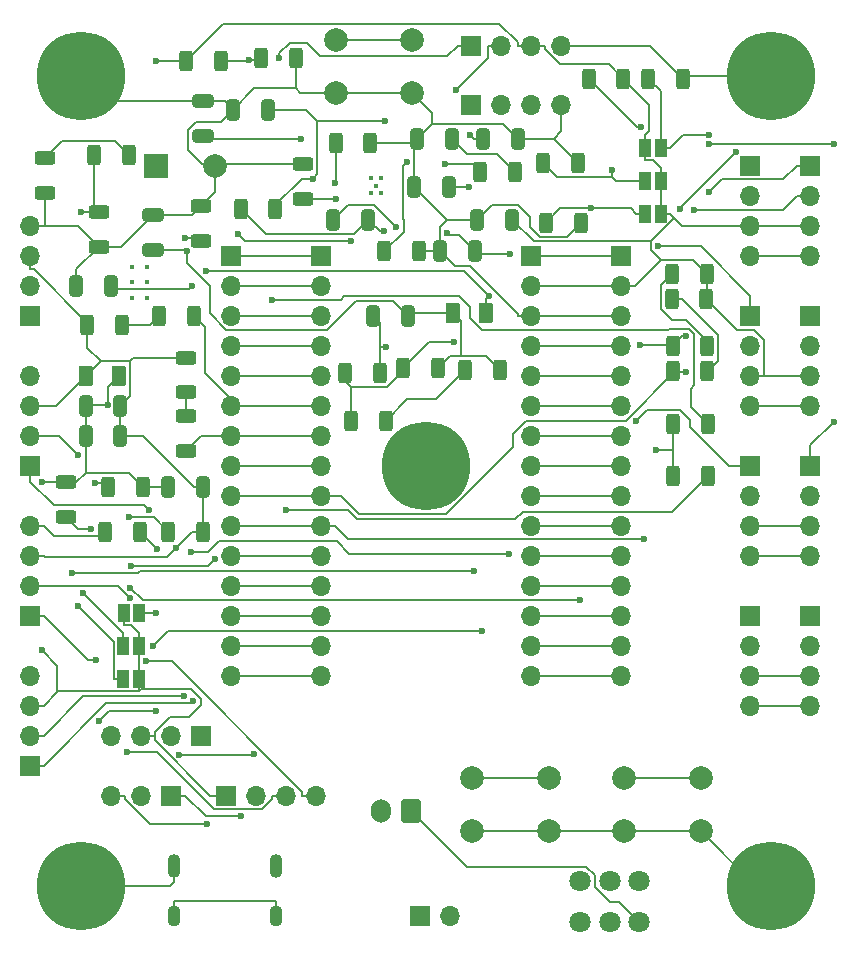
<source format=gbr>
%TF.GenerationSoftware,KiCad,Pcbnew,8.0.7*%
%TF.CreationDate,2025-01-26T03:13:27-05:00*%
%TF.ProjectId,shadow,73686164-6f77-42e6-9b69-6361645f7063,rev?*%
%TF.SameCoordinates,Original*%
%TF.FileFunction,Copper,L2,Bot*%
%TF.FilePolarity,Positive*%
%FSLAX46Y46*%
G04 Gerber Fmt 4.6, Leading zero omitted, Abs format (unit mm)*
G04 Created by KiCad (PCBNEW 8.0.7) date 2025-01-26 03:13:27*
%MOMM*%
%LPD*%
G01*
G04 APERTURE LIST*
G04 Aperture macros list*
%AMRoundRect*
0 Rectangle with rounded corners*
0 $1 Rounding radius*
0 $2 $3 $4 $5 $6 $7 $8 $9 X,Y pos of 4 corners*
0 Add a 4 corners polygon primitive as box body*
4,1,4,$2,$3,$4,$5,$6,$7,$8,$9,$2,$3,0*
0 Add four circle primitives for the rounded corners*
1,1,$1+$1,$2,$3*
1,1,$1+$1,$4,$5*
1,1,$1+$1,$6,$7*
1,1,$1+$1,$8,$9*
0 Add four rect primitives between the rounded corners*
20,1,$1+$1,$2,$3,$4,$5,0*
20,1,$1+$1,$4,$5,$6,$7,0*
20,1,$1+$1,$6,$7,$8,$9,0*
20,1,$1+$1,$8,$9,$2,$3,0*%
G04 Aperture macros list end*
%TA.AperFunction,ComponentPad*%
%ADD10C,1.800000*%
%TD*%
%TA.AperFunction,SMDPad,CuDef*%
%ADD11RoundRect,0.250000X0.325000X0.650000X-0.325000X0.650000X-0.325000X-0.650000X0.325000X-0.650000X0*%
%TD*%
%TA.AperFunction,SMDPad,CuDef*%
%ADD12RoundRect,0.250000X0.312500X0.625000X-0.312500X0.625000X-0.312500X-0.625000X0.312500X-0.625000X0*%
%TD*%
%TA.AperFunction,SMDPad,CuDef*%
%ADD13RoundRect,0.250000X-0.625000X0.312500X-0.625000X-0.312500X0.625000X-0.312500X0.625000X0.312500X0*%
%TD*%
%TA.AperFunction,SMDPad,CuDef*%
%ADD14RoundRect,0.250000X-0.312500X-0.625000X0.312500X-0.625000X0.312500X0.625000X-0.312500X0.625000X0*%
%TD*%
%TA.AperFunction,SMDPad,CuDef*%
%ADD15RoundRect,0.250000X0.625000X-0.312500X0.625000X0.312500X-0.625000X0.312500X-0.625000X-0.312500X0*%
%TD*%
%TA.AperFunction,ComponentPad*%
%ADD16O,1.100000X1.800000*%
%TD*%
%TA.AperFunction,ComponentPad*%
%ADD17O,1.100000X2.000000*%
%TD*%
%TA.AperFunction,ComponentPad*%
%ADD18R,1.700000X1.700000*%
%TD*%
%TA.AperFunction,ComponentPad*%
%ADD19O,1.700000X1.700000*%
%TD*%
%TA.AperFunction,ComponentPad*%
%ADD20RoundRect,0.250000X0.600000X0.750000X-0.600000X0.750000X-0.600000X-0.750000X0.600000X-0.750000X0*%
%TD*%
%TA.AperFunction,ComponentPad*%
%ADD21O,1.700000X2.000000*%
%TD*%
%TA.AperFunction,ComponentPad*%
%ADD22C,2.000000*%
%TD*%
%TA.AperFunction,ComponentPad*%
%ADD23C,7.500000*%
%TD*%
%TA.AperFunction,ComponentPad*%
%ADD24C,0.400000*%
%TD*%
%TA.AperFunction,ComponentPad*%
%ADD25R,2.000000X2.000000*%
%TD*%
%TA.AperFunction,SMDPad,CuDef*%
%ADD26RoundRect,0.250000X-0.375000X-0.625000X0.375000X-0.625000X0.375000X0.625000X-0.375000X0.625000X0*%
%TD*%
%TA.AperFunction,SMDPad,CuDef*%
%ADD27R,1.000000X1.500000*%
%TD*%
%TA.AperFunction,SMDPad,CuDef*%
%ADD28RoundRect,0.250000X-0.325000X-0.650000X0.325000X-0.650000X0.325000X0.650000X-0.325000X0.650000X0*%
%TD*%
%TA.AperFunction,SMDPad,CuDef*%
%ADD29RoundRect,0.250000X0.650000X-0.325000X0.650000X0.325000X-0.650000X0.325000X-0.650000X-0.325000X0*%
%TD*%
%TA.AperFunction,ViaPad*%
%ADD30C,0.600000*%
%TD*%
%TA.AperFunction,Conductor*%
%ADD31C,0.200000*%
%TD*%
G04 APERTURE END LIST*
D10*
%TO.P,SW3,1,1*%
%TO.N,/battery/BAT+*%
X147574000Y-124968000D03*
%TO.P,SW3,2,2*%
%TO.N,unconnected-(SW3-Pad2)*%
X145074000Y-124968000D03*
%TO.P,SW3,3,3*%
%TO.N,unconnected-(SW3-Pad3)*%
X142574000Y-124968000D03*
%TO.P,SW3,4,4*%
%TO.N,Net-(U4-EN)*%
X147574000Y-121568000D03*
%TO.P,SW3,5,5*%
%TO.N,unconnected-(SW3-Pad5)*%
X145074000Y-121568000D03*
%TO.P,SW3,6,6*%
%TO.N,unconnected-(SW3-Pad6)*%
X142574000Y-121568000D03*
%TD*%
D11*
%TO.P,C15,2*%
%TO.N,GND*%
X133858000Y-65532000D03*
%TO.P,C15,1*%
%TO.N,VCC*%
X136808000Y-65532000D03*
%TD*%
%TO.P,C14,1*%
%TO.N,VCC*%
X110646000Y-88138000D03*
%TO.P,C14,2*%
%TO.N,GND*%
X107696000Y-88138000D03*
%TD*%
D12*
%TO.P,R34,2*%
%TO.N,/GPIO9*%
X150429500Y-76200000D03*
%TO.P,R34,1*%
%TO.N,Net-(R28-Pad2)*%
X153354500Y-76200000D03*
%TD*%
D13*
%TO.P,R33,1*%
%TO.N,Net-(R19-Pad2)*%
X109220000Y-82165000D03*
%TO.P,R33,2*%
%TO.N,/GPIO6*%
X109220000Y-85090000D03*
%TD*%
D12*
%TO.P,R32,2*%
%TO.N,/GPIO8*%
X150424500Y-78364000D03*
%TO.P,R32,1*%
%TO.N,Net-(R27-Pad2)*%
X153349500Y-78364000D03*
%TD*%
D14*
%TO.P,R31,1*%
%TO.N,Net-(R18-Pad2)*%
X106934000Y-73660000D03*
%TO.P,R31,2*%
%TO.N,/GPIO5*%
X109859000Y-73660000D03*
%TD*%
D12*
%TO.P,R29,1*%
%TO.N,GND*%
X151261000Y-53594000D03*
%TO.P,R29,2*%
%TO.N,Net-(JP6-A)*%
X148336000Y-53594000D03*
%TD*%
%TO.P,R28,1*%
%TO.N,VCC*%
X153293000Y-70104000D03*
%TO.P,R28,2*%
%TO.N,Net-(R28-Pad2)*%
X150368000Y-70104000D03*
%TD*%
%TO.P,R27,1*%
%TO.N,VCC*%
X153268000Y-72263000D03*
%TO.P,R27,2*%
%TO.N,Net-(R27-Pad2)*%
X150343000Y-72263000D03*
%TD*%
%TO.P,R26,1*%
%TO.N,VCC*%
X146242500Y-53594000D03*
%TO.P,R26,2*%
%TO.N,Net-(U2-~{RESET})*%
X143317500Y-53594000D03*
%TD*%
%TO.P,R25,1*%
%TO.N,GND*%
X142625000Y-65786000D03*
%TO.P,R25,2*%
%TO.N,Net-(JP8-B)*%
X139700000Y-65786000D03*
%TD*%
%TO.P,R24,1*%
%TO.N,GND*%
X142371000Y-60706000D03*
%TO.P,R24,2*%
%TO.N,Net-(JP7-B)*%
X139446000Y-60706000D03*
%TD*%
%TO.P,R23,1*%
%TO.N,VCC*%
X110621000Y-91948000D03*
%TO.P,R23,2*%
%TO.N,Net-(U1-~{RESET})*%
X107696000Y-91948000D03*
%TD*%
D14*
%TO.P,R22,1*%
%TO.N,GND*%
X102362000Y-91948000D03*
%TO.P,R22,2*%
%TO.N,Net-(JP3-A)*%
X105287000Y-91948000D03*
%TD*%
D13*
%TO.P,R21,1*%
%TO.N,GND*%
X99060000Y-87753000D03*
%TO.P,R21,2*%
%TO.N,Net-(JP4-B)*%
X99060000Y-90678000D03*
%TD*%
D12*
%TO.P,R20,1*%
%TO.N,GND*%
X105541000Y-88138000D03*
%TO.P,R20,2*%
%TO.N,Net-(JP5-B)*%
X102616000Y-88138000D03*
%TD*%
D13*
%TO.P,R19,1*%
%TO.N,VCC*%
X109220000Y-77216000D03*
%TO.P,R19,2*%
%TO.N,Net-(R19-Pad2)*%
X109220000Y-80141000D03*
%TD*%
D14*
%TO.P,R18,1*%
%TO.N,VCC*%
X100838000Y-74422000D03*
%TO.P,R18,2*%
%TO.N,Net-(R18-Pad2)*%
X103763000Y-74422000D03*
%TD*%
D12*
%TO.P,R17,1*%
%TO.N,Net-(R13-Pad2)*%
X104343100Y-60071000D03*
%TO.P,R17,2*%
%TO.N,Net-(U5-ILM)*%
X101418100Y-60071000D03*
%TD*%
D14*
%TO.P,R16,1*%
%TO.N,Net-(R1-Pad2)*%
X132842000Y-78232000D03*
%TO.P,R16,2*%
%TO.N,Net-(D1-K)*%
X135767000Y-78232000D03*
%TD*%
D12*
%TO.P,R15,1*%
%TO.N,GND*%
X118495000Y-51816000D03*
%TO.P,R15,2*%
%TO.N,Net-(12V1-A)*%
X115570000Y-51816000D03*
%TD*%
%TO.P,R14,1*%
%TO.N,Net-(12V1-A)*%
X112145000Y-52070000D03*
%TO.P,R14,2*%
%TO.N,VCC*%
X109220000Y-52070000D03*
%TD*%
D15*
%TO.P,R13,1*%
%TO.N,GND*%
X97282000Y-63246000D03*
%TO.P,R13,2*%
%TO.N,Net-(R13-Pad2)*%
X97282000Y-60321000D03*
%TD*%
%TO.P,R12,1*%
%TO.N,GND*%
X101854000Y-67818000D03*
%TO.P,R12,2*%
%TO.N,Net-(U5-ILM)*%
X101854000Y-64893000D03*
%TD*%
D13*
%TO.P,R11,1*%
%TO.N,GND*%
X110490000Y-64385000D03*
%TO.P,R11,2*%
%TO.N,Net-(U5-EN{slash}UVLO)*%
X110490000Y-67310000D03*
%TD*%
D12*
%TO.P,R4,1*%
%TO.N,Net-(C1-Pad1)*%
X137037000Y-61468000D03*
%TO.P,R4,2*%
%TO.N,Net-(U4-COMP)*%
X134112000Y-61468000D03*
%TD*%
%TO.P,R3,1*%
%TO.N,GND*%
X125607000Y-78486000D03*
%TO.P,R3,2*%
%TO.N,Net-(U4-FB)*%
X122682000Y-78486000D03*
%TD*%
D14*
%TO.P,R2,1*%
%TO.N,Net-(U4-FB)*%
X127594500Y-78105000D03*
%TO.P,R2,2*%
%TO.N,Net-(D1-K)*%
X130519500Y-78105000D03*
%TD*%
%TO.P,R1,1*%
%TO.N,Net-(U4-FB)*%
X123190000Y-82550000D03*
%TO.P,R1,2*%
%TO.N,Net-(R1-Pad2)*%
X126115000Y-82550000D03*
%TD*%
D16*
%TO.P,J1,4,4*%
%TO.N,GND*%
X108200000Y-124460000D03*
%TO.P,J1,3,3*%
X116840000Y-124460000D03*
D17*
%TO.P,J1,2,2*%
X116840000Y-120280000D03*
%TO.P,J1,1,1*%
X108200000Y-120280000D03*
%TD*%
D18*
%TO.P,I2C_PINOUT7,1,Pin_1*%
%TO.N,/I2C_PINOUT7/SCL*%
X162052000Y-99060000D03*
D19*
%TO.P,I2C_PINOUT7,2,Pin_2*%
%TO.N,/I2C_PINOUT7/SDA*%
X162052000Y-101600000D03*
%TO.P,I2C_PINOUT7,3,Pin_3*%
%TO.N,VCC*%
X162052000Y-104140000D03*
%TO.P,I2C_PINOUT7,4,Pin_4*%
%TO.N,GND*%
X162052000Y-106680000D03*
%TD*%
D18*
%TO.P,I2C_PINOUT9,1,Pin_1*%
%TO.N,/I2C_PINOUT9/SCL*%
X96037000Y-86360000D03*
D19*
%TO.P,I2C_PINOUT9,2,Pin_2*%
%TO.N,/I2C_PINOUT9/SDA*%
X96037000Y-83820000D03*
%TO.P,I2C_PINOUT9,3,Pin_3*%
%TO.N,VCC*%
X96037000Y-81280000D03*
%TO.P,I2C_PINOUT9,4,Pin_4*%
%TO.N,GND*%
X96037000Y-78740000D03*
%TD*%
D20*
%TO.P,BATT_JST1,1,Pin_1*%
%TO.N,/battery/BAT+*%
X128230000Y-115570000D03*
D21*
%TO.P,BATT_JST1,2,Pin_2*%
%TO.N,/battery/BAT-*%
X125730000Y-115570000D03*
%TD*%
D18*
%TO.P,I2C_PINOUT10,1,Pin_1*%
%TO.N,/I2C_PINOUT10/SCL*%
X96037000Y-99060000D03*
D19*
%TO.P,I2C_PINOUT10,2,Pin_2*%
%TO.N,/I2C_PINOUT10/SDA*%
X96037000Y-96520000D03*
%TO.P,I2C_PINOUT10,3,Pin_3*%
%TO.N,VCC*%
X96037000Y-93980000D03*
%TO.P,I2C_PINOUT10,4,Pin_4*%
%TO.N,GND*%
X96037000Y-91440000D03*
%TD*%
D18*
%TO.P,I2C_PINOUT8,1,Pin_1*%
%TO.N,/I2C_PINOUT8/SCL*%
X96037000Y-73660000D03*
D19*
%TO.P,I2C_PINOUT8,2,Pin_2*%
%TO.N,/I2C_PINOUT8/SDA*%
X96037000Y-71120000D03*
%TO.P,I2C_PINOUT8,3,Pin_3*%
%TO.N,VCC*%
X96037000Y-68580000D03*
%TO.P,I2C_PINOUT8,4,Pin_4*%
%TO.N,GND*%
X96037000Y-66040000D03*
%TD*%
D18*
%TO.P,I2C_PINOUT0,1,Pin_1*%
%TO.N,/I2C_PINOUT/SCL*%
X156972000Y-60960000D03*
D19*
%TO.P,I2C_PINOUT0,2,Pin_2*%
%TO.N,/I2C_PINOUT/SDA*%
X156972000Y-63500000D03*
%TO.P,I2C_PINOUT0,3,Pin_3*%
%TO.N,VCC*%
X156972000Y-66040000D03*
%TO.P,I2C_PINOUT0,4,Pin_4*%
%TO.N,GND*%
X156972000Y-68580000D03*
%TD*%
D18*
%TO.P,I2C_PINOUT12,1,Pin_1*%
%TO.N,/I2C_PINOUT12/SCL*%
X110490000Y-109220000D03*
D19*
%TO.P,I2C_PINOUT12,2,Pin_2*%
%TO.N,/I2C_PINOUT12/SDA*%
X107950000Y-109220000D03*
%TO.P,I2C_PINOUT12,3,Pin_3*%
%TO.N,VCC*%
X105410000Y-109220000D03*
%TO.P,I2C_PINOUT12,4,Pin_4*%
%TO.N,GND*%
X102870000Y-109220000D03*
%TD*%
D18*
%TO.P,UART1,1,Pin_1*%
%TO.N,/GPIO2*%
X107950000Y-114300000D03*
D19*
%TO.P,UART1,2,Pin_2*%
%TO.N,/GPIO1*%
X105410000Y-114300000D03*
%TO.P,UART1,3,Pin_3*%
%TO.N,/GPIO0*%
X102870000Y-114300000D03*
%TD*%
D18*
%TO.P,I2C_PINOUT2,1,Pin_1*%
%TO.N,/I2C_PINOUT2/SCL*%
X156972000Y-86360000D03*
D19*
%TO.P,I2C_PINOUT2,2,Pin_2*%
%TO.N,/I2C_PINOUT2/SDA*%
X156972000Y-88900000D03*
%TO.P,I2C_PINOUT2,3,Pin_3*%
%TO.N,VCC*%
X156972000Y-91440000D03*
%TO.P,I2C_PINOUT2,4,Pin_4*%
%TO.N,GND*%
X156972000Y-93980000D03*
%TD*%
D22*
%TO.P,SW2,1,1*%
%TO.N,/GPIO24*%
X146277000Y-112812000D03*
X152777000Y-112812000D03*
%TO.P,SW2,2,2*%
%TO.N,GND*%
X146277000Y-117312000D03*
X152777000Y-117312000D03*
%TD*%
D18*
%TO.P,PICO_R1,1,Pin_1*%
%TO.N,/GPIO15*%
X138430000Y-68580000D03*
D19*
%TO.P,PICO_R1,2,Pin_2*%
%TO.N,VCC*%
X138430000Y-71120000D03*
%TO.P,PICO_R1,3,Pin_3*%
%TO.N,GND*%
X138430000Y-73660000D03*
%TO.P,PICO_R1,4,Pin_4*%
%TO.N,/GPIO18*%
X138430000Y-76200000D03*
%TO.P,PICO_R1,5,Pin_5*%
%TO.N,/GPIO19*%
X138430000Y-78740000D03*
%TO.P,PICO_R1,6,Pin_6*%
%TO.N,/GPIO20*%
X138430000Y-81280000D03*
%TO.P,PICO_R1,7,Pin_7*%
%TO.N,/GPIO21*%
X138430000Y-83820000D03*
%TO.P,PICO_R1,8,Pin_8*%
%TO.N,/GPIO22*%
X138430000Y-86360000D03*
%TO.P,PICO_R1,9,Pin_9*%
%TO.N,/GPIO23*%
X138430000Y-88900000D03*
%TO.P,PICO_R1,10,Pin_10*%
%TO.N,/GPIO24*%
X138430000Y-91440000D03*
%TO.P,PICO_R1,11,Pin_11*%
%TO.N,/GPIO25*%
X138430000Y-93980000D03*
%TO.P,PICO_R1,12,Pin_12*%
%TO.N,/GPIO26*%
X138430000Y-96520000D03*
%TO.P,PICO_R1,13,Pin_13*%
%TO.N,/GPIO27*%
X138430000Y-99060000D03*
%TO.P,PICO_R1,14,Pin_14*%
%TO.N,/GPIO28*%
X138430000Y-101600000D03*
%TO.P,PICO_R1,15,Pin_15*%
%TO.N,/GPIO29*%
X138430000Y-104140000D03*
%TD*%
D22*
%TO.P,RST_SW1,1,1*%
%TO.N,/GPIO20*%
X121870000Y-50328000D03*
X128370000Y-50328000D03*
%TO.P,RST_SW1,2,2*%
%TO.N,GND*%
X121870000Y-54828000D03*
X128370000Y-54828000D03*
%TD*%
D23*
%TO.P,H4,1,1*%
%TO.N,GND*%
X100330000Y-121920000D03*
%TD*%
D18*
%TO.P,OLED_CONN1,1,Pin_1*%
%TO.N,VCC*%
X112557000Y-114300000D03*
D19*
%TO.P,OLED_CONN1,2,Pin_2*%
%TO.N,GND*%
X115097000Y-114300000D03*
%TO.P,OLED_CONN1,3,Pin_3*%
%TO.N,/OLED_SCL*%
X117637000Y-114300000D03*
%TO.P,OLED_CONN1,4,Pin_4*%
%TO.N,/OLED_SDA*%
X120177000Y-114300000D03*
%TD*%
D23*
%TO.P,H5,1,1*%
%TO.N,GND*%
X158750000Y-121920000D03*
%TD*%
D18*
%TO.P,I2C_PINOUT5,1,Pin_1*%
%TO.N,/I2C_PINOUT5/SCL*%
X162052000Y-73660000D03*
D19*
%TO.P,I2C_PINOUT5,2,Pin_2*%
%TO.N,/I2C_PINOUT5/SDA*%
X162052000Y-76200000D03*
%TO.P,I2C_PINOUT5,3,Pin_3*%
%TO.N,VCC*%
X162052000Y-78740000D03*
%TO.P,I2C_PINOUT5,4,Pin_4*%
%TO.N,GND*%
X162052000Y-81280000D03*
%TD*%
D18*
%TO.P,I2C_PINOUT6,1,Pin_1*%
%TO.N,/I2C_PINOUT6/SCL*%
X162052000Y-86360000D03*
D19*
%TO.P,I2C_PINOUT6,2,Pin_2*%
%TO.N,/I2C_PINOUT6/SDA*%
X162052000Y-88900000D03*
%TO.P,I2C_PINOUT6,3,Pin_3*%
%TO.N,VCC*%
X162052000Y-91440000D03*
%TO.P,I2C_PINOUT6,4,Pin_4*%
%TO.N,GND*%
X162052000Y-93980000D03*
%TD*%
D24*
%TO.P,U3,12*%
%TO.N,N/C*%
X124830000Y-62046000D03*
%TO.P,U3,13*%
X125730000Y-62046000D03*
%TO.P,U3,14*%
X125280000Y-62646000D03*
%TO.P,U3,15*%
X124830000Y-63246000D03*
%TO.P,U3,16*%
X125730000Y-63246000D03*
%TD*%
%TO.P,U5,10*%
%TO.N,N/C*%
X105918000Y-72136000D03*
%TO.P,U5,11*%
X104618000Y-72136000D03*
%TO.P,U5,12*%
X105918000Y-70836000D03*
%TO.P,U5,13*%
X104618000Y-70836000D03*
%TO.P,U5,14*%
X105918000Y-69536000D03*
%TO.P,U5,15*%
X104618000Y-69536000D03*
%TD*%
D18*
%TO.P,MOTOR_CONN1,1,Pin_1*%
%TO.N,/GPIO4*%
X129057000Y-124460000D03*
D19*
%TO.P,MOTOR_CONN1,2,Pin_2*%
%TO.N,/GPIO3*%
X131597000Y-124460000D03*
%TD*%
D22*
%TO.P,SW1,1,1*%
%TO.N,/GPIO23*%
X133427000Y-112812000D03*
X139927000Y-112812000D03*
%TO.P,SW1,2,2*%
%TO.N,GND*%
X133427000Y-117312000D03*
X139927000Y-117312000D03*
%TD*%
D23*
%TO.P,H1,1,1*%
%TO.N,GND*%
X100330000Y-53340000D03*
%TD*%
D18*
%TO.P,US1,1,Pin_1*%
%TO.N,/US_SDA*%
X133350000Y-55855000D03*
D19*
%TO.P,US1,2,Pin_2*%
%TO.N,/US_SCL*%
X135890000Y-55855000D03*
%TO.P,US1,3,Pin_3*%
%TO.N,VCC*%
X138430000Y-55855000D03*
%TO.P,US1,4,Pin_4*%
%TO.N,GND*%
X140970000Y-55855000D03*
%TD*%
D18*
%TO.P,GPIO_L1,1,Pin_1*%
%TO.N,/GPIO0*%
X113030000Y-68580000D03*
D19*
%TO.P,GPIO_L1,2,Pin_2*%
%TO.N,/GPIO1*%
X113030000Y-71120000D03*
%TO.P,GPIO_L1,3,Pin_3*%
%TO.N,/GPIO2*%
X113030000Y-73660000D03*
%TO.P,GPIO_L1,4,Pin_4*%
%TO.N,/GPIO3*%
X113030000Y-76200000D03*
%TO.P,GPIO_L1,5,Pin_5*%
%TO.N,/GPIO4*%
X113030000Y-78740000D03*
%TO.P,GPIO_L1,6,Pin_6*%
%TO.N,/GPIO5*%
X113030000Y-81280000D03*
%TO.P,GPIO_L1,7,Pin_7*%
%TO.N,/GPIO6*%
X113030000Y-83820000D03*
%TO.P,GPIO_L1,8,Pin_8*%
%TO.N,/GPIO7*%
X113030000Y-86360000D03*
%TO.P,GPIO_L1,9,Pin_9*%
%TO.N,/GPIO8*%
X113030000Y-88900000D03*
%TO.P,GPIO_L1,10,Pin_10*%
%TO.N,/GPIO9*%
X113030000Y-91440000D03*
%TO.P,GPIO_L1,11,Pin_11*%
%TO.N,/GPIO10*%
X113030000Y-93980000D03*
%TO.P,GPIO_L1,12,Pin_12*%
%TO.N,/GPIO11*%
X113030000Y-96520000D03*
%TO.P,GPIO_L1,13,Pin_13*%
%TO.N,GND*%
X113030000Y-99060000D03*
%TO.P,GPIO_L1,14,Pin_14*%
%TO.N,/GPIO13*%
X113030000Y-101600000D03*
%TO.P,GPIO_L1,15,Pin_15*%
%TO.N,/GPIO14*%
X113030000Y-104140000D03*
%TD*%
D18*
%TO.P,I2C_PINOUT4,1,Pin_1*%
%TO.N,/I2C_PINOUT4/SCL*%
X162052000Y-60960000D03*
D19*
%TO.P,I2C_PINOUT4,2,Pin_2*%
%TO.N,/I2C_PINOUT4/SDA*%
X162052000Y-63500000D03*
%TO.P,I2C_PINOUT4,3,Pin_3*%
%TO.N,VCC*%
X162052000Y-66040000D03*
%TO.P,I2C_PINOUT4,4,Pin_4*%
%TO.N,GND*%
X162052000Y-68580000D03*
%TD*%
D23*
%TO.P,H3,1,1*%
%TO.N,GND*%
X129540000Y-86360000D03*
%TD*%
D18*
%TO.P,I2C_PINOUT1,1,Pin_1*%
%TO.N,/I2C_PINOUT1/SCL*%
X156997000Y-73660000D03*
D19*
%TO.P,I2C_PINOUT1,2,Pin_2*%
%TO.N,/I2C_PINOUT1/SDA*%
X156997000Y-76200000D03*
%TO.P,I2C_PINOUT1,3,Pin_3*%
%TO.N,VCC*%
X156997000Y-78740000D03*
%TO.P,I2C_PINOUT1,4,Pin_4*%
%TO.N,GND*%
X156997000Y-81280000D03*
%TD*%
D18*
%TO.P,PICO_L1,1,Pin_1*%
%TO.N,/GPIO0*%
X120650000Y-68610000D03*
D19*
%TO.P,PICO_L1,2,Pin_2*%
%TO.N,/GPIO1*%
X120650000Y-71150000D03*
%TO.P,PICO_L1,3,Pin_3*%
%TO.N,/GPIO2*%
X120650000Y-73690000D03*
%TO.P,PICO_L1,4,Pin_4*%
%TO.N,/GPIO3*%
X120650000Y-76230000D03*
%TO.P,PICO_L1,5,Pin_5*%
%TO.N,/GPIO4*%
X120650000Y-78770000D03*
%TO.P,PICO_L1,6,Pin_6*%
%TO.N,/GPIO5*%
X120650000Y-81310000D03*
%TO.P,PICO_L1,7,Pin_7*%
%TO.N,/GPIO6*%
X120650000Y-83850000D03*
%TO.P,PICO_L1,8,Pin_8*%
%TO.N,/GPIO7*%
X120650000Y-86390000D03*
%TO.P,PICO_L1,9,Pin_9*%
%TO.N,/GPIO8*%
X120650000Y-88930000D03*
%TO.P,PICO_L1,10,Pin_10*%
%TO.N,/GPIO9*%
X120650000Y-91470000D03*
%TO.P,PICO_L1,11,Pin_11*%
%TO.N,/GPIO10*%
X120650000Y-94010000D03*
%TO.P,PICO_L1,12,Pin_12*%
%TO.N,/GPIO11*%
X120650000Y-96550000D03*
%TO.P,PICO_L1,13,Pin_13*%
%TO.N,GND*%
X120650000Y-99090000D03*
%TO.P,PICO_L1,14,Pin_14*%
%TO.N,/GPIO13*%
X120650000Y-101630000D03*
%TO.P,PICO_L1,15,Pin_15*%
%TO.N,/GPIO14*%
X120650000Y-104170000D03*
%TD*%
D23*
%TO.P,H2,1,1*%
%TO.N,GND*%
X158750000Y-53340000D03*
%TD*%
D18*
%TO.P,I2C_PINOUT11,1,Pin_1*%
%TO.N,/I2C_PINOUT11/SCL*%
X96037000Y-111760000D03*
D19*
%TO.P,I2C_PINOUT11,2,Pin_2*%
%TO.N,/I2C_PINOUT11/SDA*%
X96037000Y-109220000D03*
%TO.P,I2C_PINOUT11,3,Pin_3*%
%TO.N,VCC*%
X96037000Y-106680000D03*
%TO.P,I2C_PINOUT11,4,Pin_4*%
%TO.N,GND*%
X96037000Y-104140000D03*
%TD*%
D18*
%TO.P,GPIO_R1,1,Pin_1*%
%TO.N,/GPIO15*%
X146050000Y-68580000D03*
D19*
%TO.P,GPIO_R1,2,Pin_2*%
%TO.N,VCC*%
X146050000Y-71120000D03*
%TO.P,GPIO_R1,3,Pin_3*%
%TO.N,GND*%
X146050000Y-73660000D03*
%TO.P,GPIO_R1,4,Pin_4*%
%TO.N,/GPIO18*%
X146050000Y-76200000D03*
%TO.P,GPIO_R1,5,Pin_5*%
%TO.N,/GPIO19*%
X146050000Y-78740000D03*
%TO.P,GPIO_R1,6,Pin_6*%
%TO.N,/GPIO20*%
X146050000Y-81280000D03*
%TO.P,GPIO_R1,7,Pin_7*%
%TO.N,/GPIO21*%
X146050000Y-83820000D03*
%TO.P,GPIO_R1,8,Pin_8*%
%TO.N,/GPIO22*%
X146050000Y-86360000D03*
%TO.P,GPIO_R1,9,Pin_9*%
%TO.N,/GPIO23*%
X146050000Y-88900000D03*
%TO.P,GPIO_R1,10,Pin_10*%
%TO.N,/GPIO24*%
X146050000Y-91440000D03*
%TO.P,GPIO_R1,11,Pin_11*%
%TO.N,/GPIO25*%
X146050000Y-93980000D03*
%TO.P,GPIO_R1,12,Pin_12*%
%TO.N,/GPIO26*%
X146050000Y-96520000D03*
%TO.P,GPIO_R1,13,Pin_13*%
%TO.N,/GPIO27*%
X146050000Y-99060000D03*
%TO.P,GPIO_R1,14,Pin_14*%
%TO.N,/GPIO28*%
X146050000Y-101600000D03*
%TO.P,GPIO_R1,15,Pin_15*%
%TO.N,/GPIO29*%
X146050000Y-104140000D03*
%TD*%
D18*
%TO.P,I2C_PINOUT3,1,Pin_1*%
%TO.N,/I2C_PINOUT3/SCL*%
X156972000Y-99060000D03*
D19*
%TO.P,I2C_PINOUT3,2,Pin_2*%
%TO.N,/I2C_PINOUT3/SDA*%
X156972000Y-101600000D03*
%TO.P,I2C_PINOUT3,3,Pin_3*%
%TO.N,VCC*%
X156972000Y-104140000D03*
%TO.P,I2C_PINOUT3,4,Pin_4*%
%TO.N,GND*%
X156972000Y-106680000D03*
%TD*%
D18*
%TO.P,ARR1,1,Pin_1*%
%TO.N,/SENSOR_SDA*%
X133350000Y-50800000D03*
D19*
%TO.P,ARR1,2,Pin_2*%
%TO.N,/SENSOR_SCL*%
X135890000Y-50800000D03*
%TO.P,ARR1,3,Pin_3*%
%TO.N,VCC*%
X138430000Y-50800000D03*
%TO.P,ARR1,4,Pin_4*%
%TO.N,GND*%
X140970000Y-50800000D03*
%TD*%
D25*
%TO.P,C13,1*%
%TO.N,VCC*%
X106683800Y-60985400D03*
D22*
%TO.P,C13,2*%
%TO.N,GND*%
X111683800Y-60985400D03*
%TD*%
D26*
%TO.P,D2,1,K*%
%TO.N,VCC*%
X100736000Y-78740000D03*
%TO.P,D2,2,A*%
%TO.N,GND*%
X103536000Y-78740000D03*
%TD*%
D11*
%TO.P,C4,1*%
%TO.N,Net-(D1-K)*%
X127992000Y-73660000D03*
%TO.P,C4,2*%
%TO.N,GND*%
X125042000Y-73660000D03*
%TD*%
D27*
%TO.P,JP6,1,A*%
%TO.N,Net-(JP6-A)*%
X149409000Y-59436000D03*
%TO.P,JP6,2,B*%
%TO.N,VCC*%
X148109000Y-59436000D03*
%TD*%
D11*
%TO.P,C7,1*%
%TO.N,Net-(IC2-VDD)*%
X124616000Y-65532000D03*
%TO.P,C7,2*%
%TO.N,/battery/BAT-*%
X121666000Y-65532000D03*
%TD*%
%TO.P,C12,1*%
%TO.N,VCC*%
X103657000Y-83820000D03*
%TO.P,C12,2*%
%TO.N,GND*%
X100707000Y-83820000D03*
%TD*%
D27*
%TO.P,JP7,1,A*%
%TO.N,VCC*%
X149407000Y-62230000D03*
%TO.P,JP7,2,B*%
%TO.N,Net-(JP7-B)*%
X148107000Y-62230000D03*
%TD*%
D26*
%TO.P,D1,1,K*%
%TO.N,Net-(D1-K)*%
X131826000Y-73406000D03*
%TO.P,D1,2,A*%
%TO.N,Net-(D1-A)*%
X134626000Y-73406000D03*
%TD*%
D11*
%TO.P,C5,1*%
%TO.N,Net-(U4-EN)*%
X131474000Y-62738000D03*
%TO.P,C5,2*%
%TO.N,GND*%
X128524000Y-62738000D03*
%TD*%
D12*
%TO.P,R8,1*%
%TO.N,Net-(PG1-A)*%
X153379500Y-82804000D03*
%TO.P,R8,2*%
%TO.N,/battery/BAT+*%
X150454500Y-82804000D03*
%TD*%
D11*
%TO.P,C10,1*%
%TO.N,Net-(U5-DVDT)*%
X102870000Y-71120000D03*
%TO.P,C10,2*%
%TO.N,GND*%
X99920000Y-71120000D03*
%TD*%
%TO.P,C9,1*%
%TO.N,/battery/BAT+*%
X116152000Y-56220000D03*
%TO.P,C9,2*%
%TO.N,GND*%
X113202000Y-56220000D03*
%TD*%
D12*
%TO.P,R9,1*%
%TO.N,Net-(CHG1-A)*%
X153379500Y-87249000D03*
%TO.P,R9,2*%
%TO.N,/battery/BAT+*%
X150454500Y-87249000D03*
%TD*%
D27*
%TO.P,JP3,1,A*%
%TO.N,Net-(JP3-A)*%
X105226000Y-98806000D03*
%TO.P,JP3,2,B*%
%TO.N,VCC*%
X103926000Y-98806000D03*
%TD*%
D14*
%TO.P,R6,1*%
%TO.N,Net-(U3-ISET)*%
X121879500Y-59055000D03*
%TO.P,R6,2*%
%TO.N,GND*%
X124804500Y-59055000D03*
%TD*%
D28*
%TO.P,C2,1*%
%TO.N,Net-(U4-SS)*%
X134366000Y-58674000D03*
%TO.P,C2,2*%
%TO.N,GND*%
X137316000Y-58674000D03*
%TD*%
D11*
%TO.P,C11,1*%
%TO.N,VCC*%
X103657000Y-81280000D03*
%TO.P,C11,2*%
%TO.N,GND*%
X100707000Y-81280000D03*
%TD*%
%TO.P,C1,1*%
%TO.N,Net-(C1-Pad1)*%
X131728000Y-58674000D03*
%TO.P,C1,2*%
%TO.N,GND*%
X128778000Y-58674000D03*
%TD*%
D12*
%TO.P,R10,1*%
%TO.N,GND*%
X128930000Y-68199000D03*
%TO.P,R10,2*%
%TO.N,Net-(U3-TS)*%
X126005000Y-68199000D03*
%TD*%
D14*
%TO.P,R5,1*%
%TO.N,Net-(IC2-VDD)*%
X113828100Y-64617600D03*
%TO.P,R5,2*%
%TO.N,/battery/BAT+*%
X116753100Y-64617600D03*
%TD*%
D27*
%TO.P,JP8,1,A*%
%TO.N,VCC*%
X149409000Y-65024000D03*
%TO.P,JP8,2,B*%
%TO.N,Net-(JP8-B)*%
X148109000Y-65024000D03*
%TD*%
D11*
%TO.P,C6,1*%
%TO.N,Net-(U4-EN)*%
X133641500Y-68199000D03*
%TO.P,C6,2*%
%TO.N,GND*%
X130691500Y-68199000D03*
%TD*%
D15*
%TO.P,R7,1*%
%TO.N,Net-(U3-PRETERM)*%
X119126000Y-63754000D03*
%TO.P,R7,2*%
%TO.N,GND*%
X119126000Y-60829000D03*
%TD*%
D29*
%TO.P,C8,1*%
%TO.N,VBUS*%
X110607300Y-58474400D03*
%TO.P,C8,2*%
%TO.N,GND*%
X110607300Y-55524400D03*
%TD*%
D27*
%TO.P,JP4,1,A*%
%TO.N,VCC*%
X105211000Y-101600000D03*
%TO.P,JP4,2,B*%
%TO.N,Net-(JP4-B)*%
X103911000Y-101600000D03*
%TD*%
D29*
%TO.P,C3,1*%
%TO.N,Net-(D1-K)*%
X106426000Y-68072000D03*
%TO.P,C3,2*%
%TO.N,GND*%
X106426000Y-65122000D03*
%TD*%
D27*
%TO.P,JP5,1,A*%
%TO.N,VCC*%
X105211000Y-104394000D03*
%TO.P,JP5,2,B*%
%TO.N,Net-(JP5-B)*%
X103911000Y-104394000D03*
%TD*%
D30*
%TO.N,Net-(U4-EN)*%
X133130700Y-62738000D03*
X136642600Y-68428700D03*
X131297500Y-66650200D03*
X109617400Y-93663400D03*
X136555100Y-93819800D03*
%TO.N,VBUS*%
X118908400Y-58694000D03*
%TO.N,/battery/BAT+*%
X149029600Y-85026500D03*
X126070900Y-57197700D03*
X119972300Y-62085900D03*
%TO.N,/battery/BAT-*%
X127017800Y-66174000D03*
%TO.N,VCC*%
X108378900Y-93307500D03*
X106683800Y-52070000D03*
X96987800Y-101989600D03*
%TO.N,Net-(U3-TS)*%
X127922600Y-60671300D03*
%TO.N,Net-(U3-PRETERM)*%
X121868200Y-63754000D03*
%TO.N,Net-(U3-ISET)*%
X121845500Y-62397200D03*
%TO.N,Net-(PG1-A)*%
X116516200Y-72320300D03*
%TO.N,Net-(PG1-K)*%
X113598000Y-66756300D03*
X123180000Y-67356800D03*
%TO.N,Net-(CHG1-A)*%
X117689800Y-90124800D03*
%TO.N,Net-(U5-DVDT)*%
X109751700Y-71113300D03*
%TO.N,Net-(IC2-VDD)*%
X125997300Y-66511600D03*
%TO.N,/GPIO2*%
X113827000Y-116055700D03*
%TO.N,/GPIO1*%
X114960000Y-110802400D03*
X108637300Y-110850300D03*
%TO.N,/GPIO0*%
X111010300Y-116703700D03*
%TO.N,/I2C_PINOUT2/SCL*%
X147330800Y-82548000D03*
%TO.N,/I2C_PINOUT1/SCL*%
X149137400Y-67797200D03*
%TO.N,/I2C_PINOUT6/SCL*%
X153481700Y-59166500D03*
X164053900Y-59166500D03*
X164053900Y-82640300D03*
%TO.N,/GPIO9*%
X151510400Y-75419800D03*
X147975500Y-92601400D03*
X147642100Y-76157500D03*
%TO.N,/I2C_PINOUT1/SDA*%
X155738900Y-59768200D03*
X150989000Y-64655200D03*
%TO.N,/GPIO8*%
X151501000Y-78471300D03*
%TO.N,/I2C_PINOUT4/SDA*%
X152239500Y-64675300D03*
%TO.N,/I2C_PINOUT4/SCL*%
X153501700Y-63176800D03*
%TO.N,/US_SCL*%
X142549800Y-97747400D03*
X104492300Y-96689000D03*
%TO.N,/US_SDA*%
X134249500Y-100330000D03*
X106437300Y-101593100D03*
%TO.N,/I2C_PINOUT11/SDA*%
X109060300Y-105882700D03*
%TO.N,/SENSOR_SCL*%
X132026100Y-54590300D03*
X133591700Y-95251500D03*
X99562400Y-95473200D03*
%TO.N,/I2C_PINOUT9/SCL*%
X106103200Y-90127800D03*
%TO.N,/OLED_SDA*%
X105817000Y-102938000D03*
%TO.N,/I2C_PINOUT10/SDA*%
X104480500Y-97551600D03*
%TO.N,/I2C_PINOUT10/SCL*%
X106707100Y-107095700D03*
X101877200Y-107942700D03*
X101548100Y-102782300D03*
%TO.N,/I2C_PINOUT9/SDA*%
X100083400Y-85476300D03*
%TO.N,/I2C_PINOUT11/SCL*%
X109827000Y-106321200D03*
%TO.N,/SENSOR_SDA*%
X117117900Y-51844000D03*
X104578700Y-94849800D03*
X111670800Y-94227100D03*
%TO.N,/OLED_SCL*%
X104238800Y-110631500D03*
%TO.N,Net-(U2-~{RESET})*%
X147756100Y-57704500D03*
%TO.N,Net-(JP8-B)*%
X143468200Y-64576600D03*
%TO.N,Net-(JP7-B)*%
X145268500Y-61297100D03*
%TO.N,Net-(U1-~{RESET})*%
X104343600Y-90729700D03*
%TO.N,Net-(JP3-A)*%
X106705000Y-98806000D03*
X106725400Y-93386400D03*
%TO.N,Net-(JP4-B)*%
X101170600Y-91690100D03*
X100449100Y-97143800D03*
%TO.N,Net-(JP5-B)*%
X101533900Y-87792300D03*
X100099000Y-98267500D03*
%TO.N,Net-(JP6-A)*%
X153518100Y-58360100D03*
%TO.N,Net-(U4-SS)*%
X133275300Y-58353500D03*
%TO.N,Net-(12V1-A)*%
X114499800Y-52026600D03*
%TO.N,Net-(U5-ILM)*%
X100350700Y-64893000D03*
%TO.N,Net-(D1-A)*%
X134872700Y-72012300D03*
X110925100Y-69919000D03*
%TO.N,Net-(D1-K)*%
X109268200Y-68164200D03*
%TO.N,Net-(U5-EN{slash}UVLO)*%
X109109900Y-67109700D03*
%TO.N,Net-(U4-COMP)*%
X131152000Y-60844800D03*
%TO.N,Net-(U4-FB)*%
X131910500Y-75921900D03*
%TO.N,GND*%
X96984800Y-87753000D03*
X102574700Y-81196600D03*
X126125500Y-76332700D03*
%TD*%
D31*
%TO.N,Net-(U4-EN)*%
X131474000Y-62738000D02*
X133130700Y-62738000D01*
X133871200Y-68428700D02*
X136642600Y-68428700D01*
X133641500Y-68199000D02*
X133871200Y-68428700D01*
X122999800Y-93819800D02*
X136555100Y-93819800D01*
X121957800Y-92777800D02*
X122999800Y-93819800D01*
X111973500Y-92777800D02*
X121957800Y-92777800D01*
X111087900Y-93663400D02*
X111973500Y-92777800D01*
X109617400Y-93663400D02*
X111087900Y-93663400D01*
X131484600Y-66837300D02*
X131297500Y-66650200D01*
X131484600Y-66837400D02*
X131484600Y-66837300D01*
X132279900Y-66837400D02*
X131484600Y-66837400D01*
X133641500Y-68199000D02*
X132279900Y-66837400D01*
%TO.N,VBUS*%
X110826900Y-58694000D02*
X118908400Y-58694000D01*
X110607300Y-58474400D02*
X110826900Y-58694000D01*
%TO.N,/battery/BAT+*%
X150454500Y-87249000D02*
X150454500Y-85026500D01*
X150454500Y-85026500D02*
X150454500Y-82804000D01*
X150454500Y-85026500D02*
X149029600Y-85026500D01*
X145874000Y-123268000D02*
X147574000Y-124968000D01*
X145071300Y-123268000D02*
X145874000Y-123268000D01*
X143824000Y-122020700D02*
X145071300Y-123268000D01*
X143824000Y-121047400D02*
X143824000Y-122020700D01*
X143082800Y-120306200D02*
X143824000Y-121047400D01*
X132966200Y-120306200D02*
X143082800Y-120306200D01*
X128230000Y-115570000D02*
X132966200Y-120306200D01*
X119330200Y-56220000D02*
X120307900Y-57197700D01*
X116152000Y-56220000D02*
X119330200Y-56220000D01*
X120307900Y-57197700D02*
X126070900Y-57197700D01*
X116753100Y-64335300D02*
X116753100Y-64617600D01*
X119023100Y-62065300D02*
X116753100Y-64335300D01*
X119951700Y-62065300D02*
X119023100Y-62065300D01*
X120307900Y-61709100D02*
X119951700Y-62065300D01*
X120307900Y-57197700D02*
X120307900Y-61709100D01*
X119951700Y-62065300D02*
X119972300Y-62085900D01*
%TO.N,/battery/BAT-*%
X125139200Y-64295400D02*
X127017800Y-66174000D01*
X122902600Y-64295400D02*
X125139200Y-64295400D01*
X121666000Y-65532000D02*
X122902600Y-64295400D01*
%TO.N,VCC*%
X156972000Y-66040000D02*
X155820300Y-66040000D01*
X96037000Y-106680000D02*
X97188700Y-106680000D01*
X149409000Y-65024000D02*
X149409000Y-63972300D01*
X104474100Y-80462900D02*
X104474100Y-77501700D01*
X103657000Y-81280000D02*
X104474100Y-80462900D01*
X104759800Y-77216000D02*
X109220000Y-77216000D01*
X104474100Y-77501700D02*
X104759800Y-77216000D01*
X138430000Y-71120000D02*
X146050000Y-71120000D01*
X146050000Y-71120000D02*
X147201700Y-71120000D01*
X149409000Y-65024000D02*
X150210700Y-65024000D01*
X105410000Y-109220000D02*
X106561700Y-109220000D01*
X105211000Y-104394000D02*
X105211000Y-101600000D01*
X104520400Y-99857700D02*
X103926000Y-99857700D01*
X105211000Y-100548300D02*
X104520400Y-99857700D01*
X105211000Y-101600000D02*
X105211000Y-100548300D01*
X96037000Y-68580000D02*
X96037000Y-69731700D01*
X156972000Y-104140000D02*
X162052000Y-104140000D01*
X162052000Y-66040000D02*
X156972000Y-66040000D01*
X162052000Y-91440000D02*
X156972000Y-91440000D01*
X149407000Y-63970300D02*
X149407000Y-62230000D01*
X149409000Y-63972300D02*
X149407000Y-63970300D01*
X148716400Y-60487700D02*
X148109000Y-60487700D01*
X149407000Y-61178300D02*
X148716400Y-60487700D01*
X149407000Y-62230000D02*
X149407000Y-61178300D01*
X138430000Y-50800000D02*
X137278300Y-50800000D01*
X100838000Y-74262700D02*
X100838000Y-74422000D01*
X96307000Y-69731700D02*
X100838000Y-74262700D01*
X96037000Y-69731700D02*
X96307000Y-69731700D01*
X100838000Y-76365400D02*
X101974300Y-77501700D01*
X100838000Y-74422000D02*
X100838000Y-76365400D01*
X101974300Y-77501700D02*
X104474100Y-77501700D01*
X103657000Y-81280000D02*
X103657000Y-83820000D01*
X109841100Y-88138000D02*
X110646000Y-88138000D01*
X105523100Y-83820000D02*
X109841100Y-88138000D01*
X103657000Y-83820000D02*
X105523100Y-83820000D01*
X110621000Y-88163000D02*
X110646000Y-88138000D01*
X110621000Y-91948000D02*
X110621000Y-88163000D01*
X139581700Y-51068500D02*
X139581700Y-50800000D01*
X140892300Y-52379100D02*
X139581700Y-51068500D01*
X145027600Y-52379100D02*
X140892300Y-52379100D01*
X146242500Y-53594000D02*
X145027600Y-52379100D01*
X138430000Y-50800000D02*
X139581700Y-50800000D01*
X153293000Y-72238000D02*
X153293000Y-70104000D01*
X153268000Y-72263000D02*
X153293000Y-72238000D01*
X147201700Y-71120000D02*
X149395400Y-68926300D01*
X105211000Y-104394000D02*
X105211000Y-105344800D01*
X105211000Y-105344800D02*
X105211000Y-105444200D01*
X105211000Y-105444200D02*
X105211000Y-105445700D01*
X148109000Y-59961800D02*
X148109000Y-60487700D01*
X148109000Y-59961800D02*
X148109000Y-59436000D01*
X148440200Y-55791700D02*
X146242500Y-53594000D01*
X148440200Y-58053100D02*
X148440200Y-55791700D01*
X148109000Y-58384300D02*
X148440200Y-58053100D01*
X148109000Y-59436000D02*
X148109000Y-58384300D01*
X101974300Y-77501700D02*
X100736000Y-78740000D01*
X98196000Y-81280000D02*
X96037000Y-81280000D01*
X100736000Y-78740000D02*
X98196000Y-81280000D01*
X158149300Y-75691500D02*
X158149300Y-78740000D01*
X157327800Y-74870000D02*
X158149300Y-75691500D01*
X155875000Y-74870000D02*
X157327800Y-74870000D01*
X153268000Y-72263000D02*
X155875000Y-74870000D01*
X156997000Y-78740000D02*
X158149300Y-78740000D01*
X158149300Y-78740000D02*
X162052000Y-78740000D01*
X103926000Y-99331800D02*
X103926000Y-99857700D01*
X105374200Y-105281000D02*
X105211000Y-105444200D01*
X109637800Y-105281000D02*
X105374200Y-105281000D01*
X110460000Y-106103200D02*
X109637800Y-105281000D01*
X110460000Y-106649300D02*
X110460000Y-106103200D01*
X109435500Y-107673800D02*
X110460000Y-106649300D01*
X107839400Y-107673800D02*
X109435500Y-107673800D01*
X106561700Y-108951500D02*
X107839400Y-107673800D01*
X106561700Y-109220000D02*
X106561700Y-108951500D01*
X103926000Y-99331800D02*
X103926000Y-98806000D01*
X109220000Y-52070000D02*
X106683800Y-52070000D01*
X112317000Y-48973000D02*
X109220000Y-52070000D01*
X135719800Y-48973000D02*
X112317000Y-48973000D01*
X137278300Y-50531500D02*
X135719800Y-48973000D01*
X137278300Y-50800000D02*
X137278300Y-50531500D01*
X152115300Y-68926300D02*
X153293000Y-70104000D01*
X149395400Y-68926300D02*
X152115300Y-68926300D01*
X109738400Y-91948000D02*
X108378900Y-93307500D01*
X110621000Y-91948000D02*
X109738400Y-91948000D01*
X97283000Y-94074300D02*
X97188700Y-93980000D01*
X107612100Y-94074300D02*
X97283000Y-94074300D01*
X108378900Y-93307500D02*
X107612100Y-94074300D01*
X96037000Y-93980000D02*
X97188700Y-93980000D01*
X105211000Y-105445700D02*
X98304500Y-105445700D01*
X98304500Y-105564200D02*
X98304500Y-105445700D01*
X97188700Y-106680000D02*
X98304500Y-105564200D01*
X98304500Y-103306300D02*
X96987800Y-101989600D01*
X98304500Y-105445700D02*
X98304500Y-103306300D01*
X111236200Y-114300000D02*
X112557000Y-114300000D01*
X106561700Y-109625500D02*
X111236200Y-114300000D01*
X106561700Y-109220000D02*
X106561700Y-109625500D01*
X148535700Y-68066600D02*
X149395400Y-68926300D01*
X148535700Y-67367300D02*
X148535700Y-68066600D01*
X138643300Y-67367300D02*
X148535700Y-67367300D01*
X136808000Y-65532000D02*
X138643300Y-67367300D01*
X148535700Y-67367300D02*
X150544900Y-65358100D01*
X150210700Y-65024000D02*
X150544900Y-65358100D01*
X151226700Y-66040000D02*
X155820300Y-66040000D01*
X150544900Y-65358100D02*
X151226700Y-66040000D01*
%TO.N,Net-(R28-Pad2)*%
X149431800Y-71040200D02*
X150368000Y-70104000D01*
X149431800Y-73110400D02*
X149431800Y-71040200D01*
X150318800Y-73997400D02*
X149431800Y-73110400D01*
X151577900Y-73997400D02*
X150318800Y-73997400D01*
X153354500Y-75774000D02*
X151577900Y-73997400D01*
X153354500Y-76200000D02*
X153354500Y-75774000D01*
%TO.N,Net-(R27-Pad2)*%
X151220100Y-72263000D02*
X150343000Y-72263000D01*
X154251800Y-75294700D02*
X151220100Y-72263000D01*
X154251800Y-77461700D02*
X154251800Y-75294700D01*
X153349500Y-78364000D02*
X154251800Y-77461700D01*
%TO.N,Net-(R19-Pad2)*%
X109220000Y-80141000D02*
X109220000Y-82165000D01*
%TO.N,Net-(R18-Pad2)*%
X106172000Y-74422000D02*
X106934000Y-73660000D01*
X103763000Y-74422000D02*
X106172000Y-74422000D01*
%TO.N,Net-(U3-TS)*%
X127589400Y-61004500D02*
X127922600Y-60671300D01*
X127589400Y-65515400D02*
X127589400Y-61004500D01*
X127647800Y-65573800D02*
X127589400Y-65515400D01*
X127647800Y-66556200D02*
X127647800Y-65573800D01*
X126005000Y-68199000D02*
X127647800Y-66556200D01*
%TO.N,Net-(U3-PRETERM)*%
X119126000Y-63754000D02*
X121868200Y-63754000D01*
%TO.N,Net-(U3-ISET)*%
X121879500Y-62363200D02*
X121845500Y-62397200D01*
X121879500Y-59055000D02*
X121879500Y-62363200D01*
%TO.N,Net-(PG1-A)*%
X151932500Y-81357000D02*
X153379500Y-82804000D01*
X151932500Y-79840700D02*
X151932500Y-81357000D01*
X152204800Y-79568400D02*
X151932500Y-79840700D01*
X152204800Y-75233000D02*
X152204800Y-79568400D01*
X151782000Y-74810200D02*
X152204800Y-75233000D01*
X150102500Y-74810200D02*
X151782000Y-74810200D01*
X150042600Y-74870100D02*
X150102500Y-74810200D01*
X134235200Y-74870100D02*
X150042600Y-74870100D01*
X133226000Y-73860900D02*
X134235200Y-74870100D01*
X133226000Y-72941300D02*
X133226000Y-73860900D01*
X132306600Y-72021900D02*
X133226000Y-72941300D01*
X122613800Y-72021900D02*
X132306600Y-72021900D01*
X122315400Y-72320300D02*
X122613800Y-72021900D01*
X116516200Y-72320300D02*
X122315400Y-72320300D01*
%TO.N,Net-(PG1-K)*%
X114198500Y-67356800D02*
X123180000Y-67356800D01*
X113598000Y-66756300D02*
X114198500Y-67356800D01*
%TO.N,Net-(CHG1-A)*%
X122925700Y-90124800D02*
X117689800Y-90124800D01*
X123676500Y-90875600D02*
X122925700Y-90124800D01*
X137094400Y-90875600D02*
X123676500Y-90875600D01*
X137711700Y-90258300D02*
X137094400Y-90875600D01*
X150370200Y-90258300D02*
X137711700Y-90258300D01*
X153379500Y-87249000D02*
X150370200Y-90258300D01*
%TO.N,Net-(U5-DVDT)*%
X109481800Y-71383200D02*
X109751700Y-71113300D01*
X103133200Y-71383200D02*
X109481800Y-71383200D01*
X102870000Y-71120000D02*
X103133200Y-71383200D01*
%TO.N,Net-(IC2-VDD)*%
X115953800Y-66743300D02*
X113828100Y-64617600D01*
X123404700Y-66743300D02*
X115953800Y-66743300D01*
X124616000Y-65532000D02*
X123404700Y-66743300D01*
X125595600Y-66511600D02*
X125997300Y-66511600D01*
X124616000Y-65532000D02*
X125595600Y-66511600D01*
%TO.N,/GPIO11*%
X114211700Y-96550000D02*
X114181700Y-96520000D01*
X120650000Y-96550000D02*
X114211700Y-96550000D01*
X113030000Y-96520000D02*
X114181700Y-96520000D01*
%TO.N,/GPIO2*%
X114211700Y-73690000D02*
X114181700Y-73660000D01*
X120650000Y-73690000D02*
X114211700Y-73690000D01*
X113030000Y-73660000D02*
X114181700Y-73660000D01*
X110857400Y-116055700D02*
X113827000Y-116055700D01*
X109101700Y-114300000D02*
X110857400Y-116055700D01*
X107950000Y-114300000D02*
X109101700Y-114300000D01*
%TO.N,/GPIO13*%
X114211700Y-101630000D02*
X114181700Y-101600000D01*
X120650000Y-101630000D02*
X114211700Y-101630000D01*
X113030000Y-101600000D02*
X114181700Y-101600000D01*
%TO.N,/GPIO7*%
X114211700Y-86390000D02*
X114181700Y-86360000D01*
X120650000Y-86390000D02*
X114211700Y-86390000D01*
X113030000Y-86360000D02*
X114181700Y-86360000D01*
%TO.N,/GPIO4*%
X114211700Y-78770000D02*
X114181700Y-78740000D01*
X120650000Y-78770000D02*
X114211700Y-78770000D01*
X113030000Y-78740000D02*
X114181700Y-78740000D01*
%TO.N,/GPIO1*%
X113030000Y-71120000D02*
X114181700Y-71120000D01*
X114211700Y-71150000D02*
X114181700Y-71120000D01*
X120650000Y-71150000D02*
X114211700Y-71150000D01*
X114912100Y-110850300D02*
X114960000Y-110802400D01*
X108637300Y-110850300D02*
X114912100Y-110850300D01*
%TO.N,/GPIO3*%
X114211700Y-76230000D02*
X114181700Y-76200000D01*
X120650000Y-76230000D02*
X114211700Y-76230000D01*
X113030000Y-76200000D02*
X114181700Y-76200000D01*
%TO.N,/GPIO14*%
X114211700Y-104170000D02*
X114181700Y-104140000D01*
X120650000Y-104170000D02*
X114211700Y-104170000D01*
X113030000Y-104140000D02*
X114181700Y-104140000D01*
%TO.N,/GPIO10*%
X114211700Y-94010000D02*
X114181700Y-93980000D01*
X120650000Y-94010000D02*
X114211700Y-94010000D01*
X113030000Y-93980000D02*
X114181700Y-93980000D01*
%TO.N,/GPIO0*%
X114211700Y-68610000D02*
X114181700Y-68580000D01*
X120650000Y-68610000D02*
X114211700Y-68610000D01*
X113030000Y-68580000D02*
X114181700Y-68580000D01*
X102870000Y-114300000D02*
X104021700Y-114300000D01*
X106137500Y-116703700D02*
X111010300Y-116703700D01*
X104021700Y-114587900D02*
X106137500Y-116703700D01*
X104021700Y-114300000D02*
X104021700Y-114587900D01*
%TO.N,/GPIO29*%
X146050000Y-104140000D02*
X138430000Y-104140000D01*
%TO.N,/GPIO22*%
X146050000Y-86360000D02*
X138430000Y-86360000D01*
%TO.N,/GPIO21*%
X146050000Y-83820000D02*
X138430000Y-83820000D01*
%TO.N,/GPIO20*%
X146050000Y-81280000D02*
X138430000Y-81280000D01*
X128370000Y-50328000D02*
X121870000Y-50328000D01*
%TO.N,/GPIO15*%
X146050000Y-68580000D02*
X138430000Y-68580000D01*
%TO.N,/GPIO23*%
X146050000Y-88900000D02*
X138430000Y-88900000D01*
X139927000Y-112812000D02*
X133427000Y-112812000D01*
%TO.N,/GPIO25*%
X144898300Y-93980000D02*
X139581700Y-93980000D01*
X146050000Y-93980000D02*
X144898300Y-93980000D01*
X138430000Y-93980000D02*
X139581700Y-93980000D01*
%TO.N,/GPIO28*%
X146050000Y-101600000D02*
X138430000Y-101600000D01*
%TO.N,/GPIO27*%
X146050000Y-99060000D02*
X138430000Y-99060000D01*
%TO.N,/GPIO26*%
X146050000Y-96520000D02*
X138430000Y-96520000D01*
%TO.N,/GPIO24*%
X146050000Y-91440000D02*
X138430000Y-91440000D01*
X152777000Y-112812000D02*
X146277000Y-112812000D01*
%TO.N,/GPIO18*%
X146050000Y-76200000D02*
X138430000Y-76200000D01*
%TO.N,/GPIO19*%
X146050000Y-78740000D02*
X138430000Y-78740000D01*
%TO.N,/I2C_PINOUT2/SCL*%
X148270800Y-81608000D02*
X147330800Y-82548000D01*
X151042100Y-81608000D02*
X148270800Y-81608000D01*
X151917000Y-82482900D02*
X151042100Y-81608000D01*
X151917000Y-83084500D02*
X151917000Y-82482900D01*
X155192500Y-86360000D02*
X151917000Y-83084500D01*
X156972000Y-86360000D02*
X155192500Y-86360000D01*
%TO.N,/I2C_PINOUT1/SCL*%
X156997000Y-72021400D02*
X156997000Y-73660000D01*
X152772800Y-67797200D02*
X156997000Y-72021400D01*
X149137400Y-67797200D02*
X152772800Y-67797200D01*
%TO.N,/I2C_PINOUT6/SCL*%
X162052000Y-84642200D02*
X162052000Y-86360000D01*
X164053900Y-82640300D02*
X162052000Y-84642200D01*
X153481700Y-59166500D02*
X164053900Y-59166500D01*
%TO.N,/GPIO9*%
X113030000Y-91440000D02*
X114181700Y-91440000D01*
X114211700Y-91470000D02*
X114181700Y-91440000D01*
X120650000Y-91470000D02*
X114211700Y-91470000D01*
X150387000Y-76157500D02*
X150429500Y-76200000D01*
X147642100Y-76157500D02*
X150387000Y-76157500D01*
X120650000Y-91470000D02*
X121801700Y-91470000D01*
X151209700Y-75419800D02*
X150429500Y-76200000D01*
X151510400Y-75419800D02*
X151209700Y-75419800D01*
X122933100Y-92601400D02*
X147975500Y-92601400D01*
X121801700Y-91470000D02*
X122933100Y-92601400D01*
%TO.N,/I2C_PINOUT1/SDA*%
X150989000Y-64518100D02*
X150989000Y-64655200D01*
X155738900Y-59768200D02*
X150989000Y-64518100D01*
%TO.N,/GPIO8*%
X113030000Y-88900000D02*
X114181700Y-88900000D01*
X114211700Y-88930000D02*
X114181700Y-88900000D01*
X120650000Y-88930000D02*
X114211700Y-88930000D01*
X150424500Y-78364000D02*
X150531800Y-78471300D01*
X150531800Y-78471300D02*
X151501000Y-78471300D01*
X120650000Y-88930000D02*
X121801700Y-88930000D01*
X122322400Y-88930000D02*
X121801700Y-88930000D01*
X123811800Y-90419400D02*
X122322400Y-88930000D01*
X131220700Y-90419400D02*
X123811800Y-90419400D01*
X136884600Y-84755500D02*
X131220700Y-90419400D01*
X136884600Y-83652700D02*
X136884600Y-84755500D01*
X137987300Y-82550000D02*
X136884600Y-83652700D01*
X146453100Y-82550000D02*
X137987300Y-82550000D01*
X150531800Y-78471300D02*
X146453100Y-82550000D01*
%TO.N,/I2C_PINOUT4/SDA*%
X162052000Y-63500000D02*
X160900300Y-63500000D01*
X159725000Y-64675300D02*
X152239500Y-64675300D01*
X160900300Y-63500000D02*
X159725000Y-64675300D01*
%TO.N,/I2C_PINOUT4/SCL*%
X162052000Y-60960000D02*
X160900300Y-60960000D01*
X154566800Y-62111700D02*
X153501700Y-63176800D01*
X159748600Y-62111700D02*
X154566800Y-62111700D01*
X160900300Y-60960000D02*
X159748600Y-62111700D01*
%TO.N,/US_SCL*%
X105550700Y-97747400D02*
X104492300Y-96689000D01*
X142549800Y-97747400D02*
X105550700Y-97747400D01*
%TO.N,/US_SDA*%
X107700400Y-100330000D02*
X134249500Y-100330000D01*
X106437300Y-101593100D02*
X107700400Y-100330000D01*
%TO.N,/I2C_PINOUT11/SDA*%
X96037000Y-109220000D02*
X97188700Y-109220000D01*
X100526000Y-105882700D02*
X109060300Y-105882700D01*
X97188700Y-109220000D02*
X100526000Y-105882700D01*
%TO.N,/GPIO5*%
X114211700Y-81310000D02*
X114181700Y-81280000D01*
X120650000Y-81310000D02*
X114211700Y-81310000D01*
X113030000Y-81280000D02*
X113605900Y-81280000D01*
X113605900Y-81280000D02*
X114181700Y-81280000D01*
X110803700Y-78477800D02*
X113605900Y-81280000D01*
X110803700Y-74604700D02*
X110803700Y-78477800D01*
X109859000Y-73660000D02*
X110803700Y-74604700D01*
%TO.N,/SENSOR_SCL*%
X134738300Y-51878100D02*
X132026100Y-54590300D01*
X134738300Y-50800000D02*
X134738300Y-51878100D01*
X135890000Y-50800000D02*
X134738300Y-50800000D01*
X105323800Y-95251500D02*
X133591700Y-95251500D01*
X105102100Y-95473200D02*
X105323800Y-95251500D01*
X99562400Y-95473200D02*
X105102100Y-95473200D01*
%TO.N,/I2C_PINOUT9/SCL*%
X105643200Y-89667800D02*
X106103200Y-90127800D01*
X97992700Y-89667800D02*
X105643200Y-89667800D01*
X96037000Y-87712100D02*
X97992700Y-89667800D01*
X96037000Y-86360000D02*
X96037000Y-87712100D01*
%TO.N,/OLED_SDA*%
X120177000Y-114300000D02*
X119025300Y-114300000D01*
X107999900Y-102938000D02*
X105817000Y-102938000D01*
X119025300Y-113963400D02*
X107999900Y-102938000D01*
X119025300Y-114300000D02*
X119025300Y-113963400D01*
%TO.N,/I2C_PINOUT10/SDA*%
X103448900Y-96520000D02*
X104480500Y-97551600D01*
X96037000Y-96520000D02*
X103448900Y-96520000D01*
%TO.N,/GPIO6*%
X114211700Y-83850000D02*
X114181700Y-83820000D01*
X120650000Y-83850000D02*
X114211700Y-83850000D01*
X113605900Y-83820000D02*
X114181700Y-83820000D01*
X113605900Y-83820000D02*
X113030000Y-83820000D01*
X110490000Y-83820000D02*
X109220000Y-85090000D01*
X113030000Y-83820000D02*
X110490000Y-83820000D01*
%TO.N,/I2C_PINOUT10/SCL*%
X100911000Y-102782300D02*
X101548100Y-102782300D01*
X97188700Y-99060000D02*
X100911000Y-102782300D01*
X96037000Y-99060000D02*
X97188700Y-99060000D01*
X102724200Y-107095700D02*
X106707100Y-107095700D01*
X101877200Y-107942700D02*
X102724200Y-107095700D01*
%TO.N,/I2C_PINOUT9/SDA*%
X98427100Y-83820000D02*
X100083400Y-85476300D01*
X96037000Y-83820000D02*
X98427100Y-83820000D01*
%TO.N,/I2C_PINOUT11/SCL*%
X96037000Y-111760000D02*
X97188700Y-111760000D01*
X102464300Y-106484400D02*
X97188700Y-111760000D01*
X109663800Y-106484400D02*
X102464300Y-106484400D01*
X109827000Y-106321200D02*
X109663800Y-106484400D01*
%TO.N,/SENSOR_SDA*%
X133350000Y-50800000D02*
X132198300Y-50800000D01*
X117117900Y-51440500D02*
X117117900Y-51844000D01*
X117969500Y-50588900D02*
X117117900Y-51440500D01*
X119453300Y-50588900D02*
X117969500Y-50588900D01*
X120522700Y-51658300D02*
X119453300Y-50588900D01*
X131340000Y-51658300D02*
X120522700Y-51658300D01*
X132198300Y-50800000D02*
X131340000Y-51658300D01*
X111048100Y-94849800D02*
X104578700Y-94849800D01*
X111670800Y-94227100D02*
X111048100Y-94849800D01*
%TO.N,/OLED_SCL*%
X106761800Y-110631500D02*
X104238800Y-110631500D01*
X111582000Y-115451700D02*
X106761800Y-110631500D01*
X115621600Y-115451700D02*
X111582000Y-115451700D01*
X116485300Y-114588000D02*
X115621600Y-115451700D01*
X116485300Y-114300000D02*
X116485300Y-114588000D01*
X117637000Y-114300000D02*
X116485300Y-114300000D01*
%TO.N,Net-(U2-~{RESET})*%
X147428000Y-57704500D02*
X147756100Y-57704500D01*
X143317500Y-53594000D02*
X147428000Y-57704500D01*
%TO.N,Net-(JP8-B)*%
X148109000Y-65024000D02*
X147307300Y-65024000D01*
X146859900Y-64576600D02*
X143468200Y-64576600D01*
X147307300Y-65024000D02*
X146859900Y-64576600D01*
X140909400Y-64576600D02*
X139700000Y-65786000D01*
X143468200Y-64576600D02*
X140909400Y-64576600D01*
%TO.N,Net-(JP7-B)*%
X148107000Y-62230000D02*
X147305300Y-62230000D01*
X140642300Y-61902300D02*
X145268500Y-61902300D01*
X139446000Y-60706000D02*
X140642300Y-61902300D01*
X145596200Y-62230000D02*
X145268500Y-61902300D01*
X147305300Y-62230000D02*
X145596200Y-62230000D01*
X145268500Y-61902300D02*
X145268500Y-61297100D01*
%TO.N,Net-(U1-~{RESET})*%
X106477700Y-90729700D02*
X104343600Y-90729700D01*
X107696000Y-91948000D02*
X106477700Y-90729700D01*
%TO.N,Net-(JP3-A)*%
X105226000Y-98806000D02*
X106027700Y-98806000D01*
X106725400Y-93386400D02*
X105287000Y-91948000D01*
X106027700Y-98806000D02*
X106705000Y-98806000D01*
%TO.N,Net-(JP4-B)*%
X100072100Y-91690100D02*
X101170600Y-91690100D01*
X99060000Y-90678000D02*
X100072100Y-91690100D01*
X103911000Y-101600000D02*
X103911000Y-100548300D01*
X103853600Y-100548300D02*
X100449100Y-97143800D01*
X103911000Y-100548300D02*
X103853600Y-100548300D01*
%TO.N,Net-(JP5-B)*%
X102270300Y-87792300D02*
X101533900Y-87792300D01*
X102616000Y-88138000D02*
X102270300Y-87792300D01*
X103911000Y-104394000D02*
X103109300Y-104394000D01*
X103109300Y-101277800D02*
X100099000Y-98267500D01*
X103109300Y-104394000D02*
X103109300Y-101277800D01*
%TO.N,Net-(JP6-A)*%
X149409000Y-54667000D02*
X148336000Y-53594000D01*
X149409000Y-59436000D02*
X149409000Y-54667000D01*
X151286600Y-58360100D02*
X153518100Y-58360100D01*
X150210700Y-59436000D02*
X151286600Y-58360100D01*
X149409000Y-59436000D02*
X150210700Y-59436000D01*
%TO.N,Net-(U4-SS)*%
X133595800Y-58674000D02*
X133275300Y-58353500D01*
X134366000Y-58674000D02*
X133595800Y-58674000D01*
%TO.N,Net-(12V1-A)*%
X114456400Y-52070000D02*
X114499800Y-52026600D01*
X112145000Y-52070000D02*
X114456400Y-52070000D01*
X115359400Y-52026600D02*
X115570000Y-51816000D01*
X114499800Y-52026600D02*
X115359400Y-52026600D01*
%TO.N,Net-(R13-Pad2)*%
X103153100Y-58881000D02*
X104343100Y-60071000D01*
X98722000Y-58881000D02*
X103153100Y-58881000D01*
X97282000Y-60321000D02*
X98722000Y-58881000D01*
%TO.N,Net-(U5-ILM)*%
X101418100Y-64457100D02*
X101418100Y-60071000D01*
X101854000Y-64893000D02*
X101418100Y-64457100D01*
X101854000Y-64893000D02*
X100350700Y-64893000D01*
%TO.N,Net-(D1-A)*%
X134626000Y-72259000D02*
X134626000Y-73406000D01*
X134872700Y-72012300D02*
X134626000Y-72259000D01*
X132779400Y-69919000D02*
X134872700Y-72012300D01*
X110925100Y-69919000D02*
X132779400Y-69919000D01*
%TO.N,Net-(D1-K)*%
X128246000Y-73406000D02*
X127992000Y-73660000D01*
X131826000Y-73406000D02*
X128246000Y-73406000D01*
X131574400Y-77050100D02*
X132515800Y-77050100D01*
X130519500Y-78105000D02*
X131574400Y-77050100D01*
X134585100Y-77050100D02*
X135767000Y-78232000D01*
X132515800Y-77050100D02*
X134585100Y-77050100D01*
X132515800Y-74095800D02*
X132515800Y-77050100D01*
X131826000Y-73406000D02*
X132515800Y-74095800D01*
X109176000Y-68072000D02*
X109268200Y-68164200D01*
X106426000Y-68072000D02*
X109176000Y-68072000D01*
X126755600Y-72423600D02*
X127992000Y-73660000D01*
X123586600Y-72423600D02*
X126755600Y-72423600D01*
X121159400Y-74850800D02*
X123586600Y-72423600D01*
X112592000Y-74850800D02*
X121159400Y-74850800D01*
X111203900Y-73462700D02*
X112592000Y-74850800D01*
X111203900Y-71180600D02*
X111203900Y-73462700D01*
X109268200Y-69244900D02*
X111203900Y-71180600D01*
X109268200Y-68164200D02*
X109268200Y-69244900D01*
%TO.N,Net-(U5-EN{slash}UVLO)*%
X110289700Y-67109700D02*
X109109900Y-67109700D01*
X110490000Y-67310000D02*
X110289700Y-67109700D01*
%TO.N,Net-(U4-COMP)*%
X133488800Y-60844800D02*
X134112000Y-61468000D01*
X131152000Y-60844800D02*
X133488800Y-60844800D01*
%TO.N,Net-(C1-Pad1)*%
X135510900Y-59941900D02*
X137037000Y-61468000D01*
X132995900Y-59941900D02*
X135510900Y-59941900D01*
X131728000Y-58674000D02*
X132995900Y-59941900D01*
%TO.N,Net-(U4-FB)*%
X123190000Y-82550000D02*
X123190000Y-79708400D01*
X122682000Y-79200400D02*
X123190000Y-79708400D01*
X122682000Y-78486000D02*
X122682000Y-79200400D01*
X127594500Y-78318200D02*
X127594500Y-78105000D01*
X126204300Y-79708400D02*
X127594500Y-78318200D01*
X123190000Y-79708400D02*
X126204300Y-79708400D01*
X129777600Y-75921900D02*
X131910500Y-75921900D01*
X127594500Y-78105000D02*
X129777600Y-75921900D01*
%TO.N,Net-(R1-Pad2)*%
X130357300Y-80716700D02*
X132842000Y-78232000D01*
X127948300Y-80716700D02*
X130357300Y-80716700D01*
X126115000Y-82550000D02*
X127948300Y-80716700D01*
%TO.N,GND*%
X124804500Y-59055000D02*
X128397000Y-59055000D01*
X128397000Y-59055000D02*
X128778000Y-58674000D01*
X112506400Y-55524400D02*
X113202000Y-56220000D01*
X110607300Y-55524400D02*
X112506400Y-55524400D01*
X99920000Y-69752000D02*
X101854000Y-67818000D01*
X99920000Y-71120000D02*
X99920000Y-69752000D01*
X111683800Y-63191200D02*
X110490000Y-64385000D01*
X111683800Y-60985400D02*
X111683800Y-63191200D01*
X140970000Y-58043000D02*
X140339000Y-58674000D01*
X140970000Y-55855000D02*
X140970000Y-58043000D01*
X140339000Y-58674000D02*
X142371000Y-60706000D01*
X151515000Y-53340000D02*
X151261000Y-53594000D01*
X158750000Y-53340000D02*
X151515000Y-53340000D01*
X107861700Y-121920000D02*
X108200000Y-121581700D01*
X100330000Y-121920000D02*
X107861700Y-121920000D01*
X108200000Y-120280000D02*
X108200000Y-121581700D01*
X114211700Y-99090000D02*
X114181700Y-99060000D01*
X120650000Y-99090000D02*
X114211700Y-99090000D01*
X113030000Y-99060000D02*
X114181700Y-99060000D01*
X102514400Y-55524400D02*
X110607300Y-55524400D01*
X100330000Y-53340000D02*
X102514400Y-55524400D01*
X133427000Y-117312000D02*
X139927000Y-117312000D01*
X139927000Y-117312000D02*
X146277000Y-117312000D01*
X157385000Y-121920000D02*
X152777000Y-117312000D01*
X158750000Y-121920000D02*
X157385000Y-121920000D01*
X152777000Y-117312000D02*
X146277000Y-117312000D01*
X128524000Y-62738000D02*
X131318000Y-65532000D01*
X131318000Y-65532000D02*
X133858000Y-65532000D01*
X102008300Y-92301700D02*
X102362000Y-91948000D01*
X98050400Y-92301700D02*
X102008300Y-92301700D01*
X97188700Y-91440000D02*
X98050400Y-92301700D01*
X96037000Y-91440000D02*
X97188700Y-91440000D01*
X100707000Y-81280000D02*
X100707000Y-83820000D01*
X156972000Y-106680000D02*
X162052000Y-106680000D01*
X156997000Y-81280000D02*
X162052000Y-81280000D01*
X162052000Y-68580000D02*
X156972000Y-68580000D01*
X162052000Y-93980000D02*
X156972000Y-93980000D01*
X116840000Y-123258300D02*
X108200000Y-123258300D01*
X116840000Y-124460000D02*
X116840000Y-123258300D01*
X108200000Y-124460000D02*
X108200000Y-123258300D01*
X109753000Y-65122000D02*
X106426000Y-65122000D01*
X110490000Y-64385000D02*
X109753000Y-65122000D01*
X103730000Y-67818000D02*
X101854000Y-67818000D01*
X106426000Y-65122000D02*
X103730000Y-67818000D01*
X97282000Y-66040000D02*
X97282000Y-63246000D01*
X96037000Y-66040000D02*
X97282000Y-66040000D01*
X100076000Y-66040000D02*
X101854000Y-67818000D01*
X97282000Y-66040000D02*
X100076000Y-66040000D01*
X105541000Y-88138000D02*
X107696000Y-88138000D01*
X100707000Y-83820000D02*
X100707000Y-86943800D01*
X104346800Y-86943800D02*
X105541000Y-88138000D01*
X100707000Y-86943800D02*
X104346800Y-86943800D01*
X148467000Y-50800000D02*
X151261000Y-53594000D01*
X140970000Y-50800000D02*
X148467000Y-50800000D01*
X140339000Y-58674000D02*
X137316000Y-58674000D01*
X128524300Y-59182300D02*
X128397000Y-59055000D01*
X128524300Y-62737700D02*
X128524300Y-59182300D01*
X128524000Y-62738000D02*
X128524300Y-62737700D01*
X118495000Y-51816000D02*
X118495000Y-54426300D01*
X118896700Y-54828000D02*
X118495000Y-54426300D01*
X121870000Y-54828000D02*
X118896700Y-54828000D01*
X114995700Y-54426300D02*
X113202000Y-56220000D01*
X118495000Y-54426300D02*
X114995700Y-54426300D01*
X99060000Y-87753000D02*
X96984800Y-87753000D01*
X146050000Y-73660000D02*
X138430000Y-73660000D01*
X128930000Y-68199000D02*
X130691500Y-68199000D01*
X131969200Y-69476700D02*
X130691500Y-68199000D01*
X133239000Y-69476700D02*
X131969200Y-69476700D01*
X137278300Y-73516000D02*
X133239000Y-69476700D01*
X137278300Y-73660000D02*
X137278300Y-73516000D01*
X138430000Y-73660000D02*
X137278300Y-73660000D01*
X135075300Y-64314700D02*
X133858000Y-65532000D01*
X137353200Y-64314700D02*
X135075300Y-64314700D01*
X138363100Y-65324600D02*
X137353200Y-64314700D01*
X138363100Y-66168100D02*
X138363100Y-65324600D01*
X139160600Y-66965600D02*
X138363100Y-66168100D01*
X141445400Y-66965600D02*
X139160600Y-66965600D01*
X142625000Y-65786000D02*
X141445400Y-66965600D01*
X111840200Y-60829000D02*
X115483100Y-60829000D01*
X111683800Y-60985400D02*
X111840200Y-60829000D01*
X115483100Y-60829000D02*
X119126000Y-60829000D01*
X112164300Y-57257700D02*
X113202000Y-56220000D01*
X110036100Y-57257700D02*
X112164300Y-57257700D01*
X109363800Y-57930000D02*
X110036100Y-57257700D01*
X109363800Y-59648100D02*
X109363800Y-57930000D01*
X110544700Y-60829000D02*
X109363800Y-59648100D01*
X115483100Y-60829000D02*
X110544700Y-60829000D01*
X121870000Y-54828000D02*
X128370000Y-54828000D01*
X130011600Y-56469600D02*
X130011600Y-57440400D01*
X128370000Y-54828000D02*
X130011600Y-56469600D01*
X136082400Y-57440400D02*
X130011600Y-57440400D01*
X137316000Y-58674000D02*
X136082400Y-57440400D01*
X130011600Y-57440400D02*
X128778000Y-58674000D01*
X130691500Y-66158500D02*
X130691500Y-68199000D01*
X131318000Y-65532000D02*
X130691500Y-66158500D01*
X102574700Y-79701300D02*
X102574700Y-81196600D01*
X103536000Y-78740000D02*
X102574700Y-79701300D01*
X100790400Y-81196600D02*
X100707000Y-81280000D01*
X102574700Y-81196600D02*
X100790400Y-81196600D01*
X125607000Y-74225000D02*
X125607000Y-76332700D01*
X125042000Y-73660000D02*
X125607000Y-74225000D01*
X125607000Y-76332700D02*
X125607000Y-78486000D01*
X125607000Y-76332700D02*
X126125500Y-76332700D01*
X99897800Y-87753000D02*
X100707000Y-86943800D01*
X99060000Y-87753000D02*
X99897800Y-87753000D01*
%TD*%
M02*

</source>
